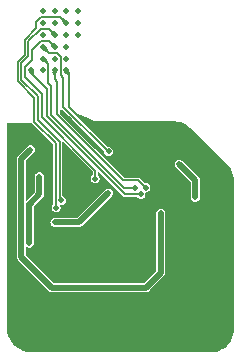
<source format=gbr>
%TF.GenerationSoftware,KiCad,Pcbnew,8.99.0-344-gfbc433deaa*%
%TF.CreationDate,2024-03-17T11:59:04-04:00*%
%TF.ProjectId,AVEFlex,41564546-6c65-4782-9e6b-696361645f70,rev?*%
%TF.SameCoordinates,Original*%
%TF.FileFunction,Copper,L2,Bot*%
%TF.FilePolarity,Positive*%
%FSLAX46Y46*%
G04 Gerber Fmt 4.6, Leading zero omitted, Abs format (unit mm)*
G04 Created by KiCad (PCBNEW 8.99.0-344-gfbc433deaa) date 2024-03-17 11:59:04*
%MOMM*%
%LPD*%
G01*
G04 APERTURE LIST*
%TA.AperFunction,ViaPad*%
%ADD10C,0.508000*%
%TD*%
%TA.AperFunction,Conductor*%
%ADD11C,0.203200*%
%TD*%
%TA.AperFunction,Conductor*%
%ADD12C,0.406400*%
%TD*%
%TA.AperFunction,Conductor*%
%ADD13C,0.508000*%
%TD*%
%TA.AperFunction,Conductor*%
%ADD14C,0.304800*%
%TD*%
%TA.AperFunction,Conductor*%
%ADD15C,0.152400*%
%TD*%
G04 APERTURE END LIST*
D10*
%TO.N,*%
X141931358Y-91830600D03*
X144931361Y-91830600D03*
X141931358Y-95830603D03*
X142931358Y-91830600D03*
%TO.N,GND*%
X150531364Y-117733959D03*
X140475764Y-112971200D03*
X156574636Y-111369222D03*
X156604504Y-108551859D03*
X140737126Y-116959256D03*
X141290845Y-103296600D03*
X147611358Y-108559600D03*
X145166886Y-105338763D03*
X151245104Y-112572678D03*
X144293126Y-117213256D03*
X147611358Y-109702603D03*
X151250183Y-110154600D03*
X147480823Y-118706778D03*
X143180604Y-109428159D03*
X148466342Y-101670997D03*
X147611361Y-110845603D03*
X139398545Y-101274759D03*
X140800883Y-111398938D03*
X147267467Y-113558197D03*
X152891023Y-114078900D03*
X139479826Y-108706797D03*
X143931358Y-95830597D03*
X149103886Y-113545497D03*
X152311904Y-104310059D03*
X152189986Y-115282856D03*
X143475242Y-108046400D03*
X140836186Y-106215059D03*
X145095767Y-119230016D03*
X143970545Y-102994341D03*
X148905764Y-118683919D03*
X147155704Y-105427659D03*
X141290845Y-104058600D03*
X154305804Y-110649900D03*
X140782845Y-103677600D03*
X154305804Y-108922700D03*
X146468358Y-109702603D03*
X155838036Y-104511222D03*
X156955023Y-118396900D03*
X154978904Y-102405059D03*
X148754361Y-109702603D03*
X154336286Y-112112941D03*
X156498436Y-114290222D03*
X152720845Y-118295300D03*
X151938526Y-106949119D03*
%TO.N,+3V3*%
X151930904Y-107942259D03*
X151930904Y-111447459D03*
X151925823Y-109915841D03*
X140881904Y-102532059D03*
X153493004Y-103769041D03*
X150361186Y-114210981D03*
X147866904Y-114216059D03*
X145862845Y-114221141D03*
X154851904Y-106588059D03*
X151928364Y-112953678D03*
%TO.N,+1V8*%
X140858958Y-107104059D03*
X140793004Y-108701719D03*
X142964704Y-108686478D03*
X147485904Y-106215059D03*
X141643904Y-104818059D03*
X140790464Y-110454319D03*
%TO.N,C*%
X144931361Y-90830603D03*
%TO.N,VD0*%
X140931358Y-95830600D03*
X150243861Y-106308097D03*
%TO.N,VD1*%
X142931358Y-95830597D03*
X150659361Y-105765597D03*
%TO.N,VD2*%
X143931358Y-94830600D03*
%TO.N,VD3*%
X149770358Y-105765600D03*
X141931361Y-94830600D03*
%TO.N,VD4*%
X142931361Y-94830600D03*
%TO.N,VD5*%
X143931358Y-93830603D03*
%TO.N,VD6*%
X143931358Y-92830600D03*
%TO.N,VD7*%
X141931358Y-92830600D03*
%TO.N,CSEL*%
X146364223Y-105003603D03*
X142931358Y-93830600D03*
%TO.N,54MHZ*%
X147524108Y-102677850D03*
X141931361Y-93830603D03*
%TO.N,D*%
X142931358Y-90830603D03*
%TO.N,W*%
X141931358Y-90830603D03*
%TO.N,M*%
X143931358Y-90830597D03*
%TO.N,SDA*%
X143496558Y-106824778D03*
X142931358Y-92830600D03*
%TO.N,SCL*%
X143062604Y-107451778D03*
X143931358Y-91830600D03*
%TO.N,MODE*%
X144931358Y-92830603D03*
%TD*%
D11*
%TO.N,GND*%
X144138186Y-98914203D02*
X144826973Y-99602991D01*
X144826973Y-99602991D02*
X145969973Y-100745991D01*
X144826973Y-99602991D02*
X145129545Y-99728384D01*
X143931358Y-95830597D02*
X144138186Y-96037425D01*
X145129545Y-99728384D02*
X145969973Y-100745991D01*
X144138186Y-96037425D02*
X144138186Y-98914203D01*
X145969973Y-100745991D02*
X146107583Y-100883600D01*
D12*
X144691904Y-100494981D02*
X144691904Y-100500059D01*
D11*
X145129545Y-99728384D02*
X146243845Y-100190178D01*
D13*
%TO.N,+3V3*%
X151928364Y-111450000D02*
X151930904Y-111447459D01*
X140881904Y-102532059D02*
X140119904Y-103294059D01*
X151930904Y-111447459D02*
X151930904Y-109920922D01*
D14*
X150358648Y-114213519D02*
X150361186Y-114210981D01*
X147869445Y-114213519D02*
X150358648Y-114213519D01*
D13*
X147871983Y-114210981D02*
X150361186Y-114210981D01*
D14*
X151930904Y-109920922D02*
X151925823Y-109915841D01*
D13*
X154851904Y-105127941D02*
X154851904Y-106588059D01*
X150361186Y-114210981D02*
X150671061Y-114210981D01*
X147866904Y-114216059D02*
X147871983Y-114210981D01*
X142720864Y-114221141D02*
X145862845Y-114221141D01*
X153493004Y-103769041D02*
X154851904Y-105127941D01*
D14*
X151925823Y-107947341D02*
X151930904Y-107942259D01*
D13*
X140119904Y-111620181D02*
X142720864Y-114221141D01*
X145862845Y-114221141D02*
X145870467Y-114213519D01*
X145870467Y-114213519D02*
X147869445Y-114213519D01*
D14*
X142847864Y-114221141D02*
X145862845Y-114221141D01*
D13*
X140119904Y-103294059D02*
X140119904Y-111620181D01*
X151925823Y-109915841D02*
X151925823Y-107947341D01*
X150671061Y-114210981D02*
X151928364Y-112953678D01*
X151928364Y-112953678D02*
X151928364Y-111450000D01*
D14*
%TO.N,+1V8*%
X140790464Y-110454319D02*
X140790464Y-110449156D01*
D13*
X140858958Y-107104059D02*
X140793004Y-107170013D01*
X140793004Y-108701719D02*
X140793004Y-110451778D01*
X141643904Y-106319113D02*
X140858958Y-107104059D01*
X141643904Y-104818059D02*
X141643904Y-106319113D01*
X140793004Y-110451778D02*
X140790464Y-110454319D01*
X140793004Y-107170013D02*
X140793004Y-108701719D01*
X145014486Y-108686478D02*
X147485904Y-106215059D01*
X142964704Y-108686478D02*
X145014486Y-108686478D01*
D15*
%TO.N,VD0*%
X142257036Y-99689916D02*
X142257036Y-97406723D01*
X148875220Y-106308097D02*
X142257036Y-99689916D01*
X142257036Y-97406723D02*
X140931358Y-96081045D01*
X140931358Y-96081045D02*
X140931358Y-95830600D01*
X150243861Y-106308097D02*
X148875220Y-106308097D01*
%TO.N,VD1*%
X142931358Y-96549163D02*
X142931358Y-95830597D01*
X150659361Y-105765597D02*
X150024361Y-105130603D01*
X142931358Y-96549163D02*
X143165076Y-96782878D01*
X150024361Y-105130603D02*
X148746733Y-105130603D01*
X143165076Y-96782878D02*
X143165076Y-99548947D01*
X148746733Y-105130603D02*
X143165076Y-99548947D01*
%TO.N,VD3*%
X148828017Y-105765597D02*
X142665979Y-99603566D01*
X142665983Y-97155003D02*
X142665979Y-99603566D01*
X141931361Y-94830600D02*
X142413961Y-95313203D01*
X149198861Y-105765600D02*
X149770358Y-105765600D01*
X142413961Y-96902981D02*
X142413961Y-95313203D01*
X148828017Y-105765597D02*
X149198858Y-105765597D01*
X142413961Y-96902981D02*
X142665983Y-97155003D01*
X149198858Y-105765597D02*
X149198861Y-105765600D01*
%TO.N,CSEL*%
X141855720Y-99799147D02*
X146364220Y-104307644D01*
X142420361Y-93319603D02*
X141759861Y-93319603D01*
X141007361Y-94970603D02*
X140448758Y-95529203D01*
X141759861Y-93319603D02*
X141007358Y-94072100D01*
X141855720Y-97790000D02*
X141855720Y-99799147D01*
X140448761Y-96383041D02*
X141855720Y-97790000D01*
X142931358Y-93830600D02*
X142420361Y-93319603D01*
X140448758Y-95529203D02*
X140448761Y-96383041D01*
X146364220Y-104307644D02*
X146364223Y-105003603D01*
X141007358Y-94072100D02*
X141007361Y-94970603D01*
%TO.N,54MHZ*%
X142448758Y-94348000D02*
X143131258Y-94348000D01*
X143448761Y-96228622D02*
X143681983Y-96461844D01*
X143131258Y-94348000D02*
X143448758Y-94665500D01*
X141931361Y-93830603D02*
X142448758Y-94348000D01*
X147470773Y-102677850D02*
X147524108Y-102677850D01*
X143681983Y-96461844D02*
X143681979Y-98889056D01*
X143448758Y-94665500D02*
X143448761Y-96228622D01*
X147470773Y-102677850D02*
X143681979Y-98889056D01*
%TO.N,SDA*%
X140702558Y-93376897D02*
X141745376Y-92334078D01*
X140118358Y-96621600D02*
X140118361Y-95224600D01*
X142434842Y-92334084D02*
X142931358Y-92830600D01*
X143496558Y-106824778D02*
X143369561Y-106697784D01*
X140702558Y-94640400D02*
X140702558Y-93376897D01*
X141512823Y-100027747D02*
X141512820Y-98016066D01*
X140118358Y-96621600D02*
X141512820Y-98016066D01*
X143369558Y-101884478D02*
X143369561Y-106697784D01*
X140118361Y-95224600D02*
X140702558Y-94640400D01*
X141745376Y-92334078D02*
X142434842Y-92334084D01*
X143369558Y-101884478D02*
X141512823Y-100027747D01*
%TO.N,SCL*%
X141208020Y-100159819D02*
X143013958Y-101965756D01*
X141388361Y-92227406D02*
X141388358Y-91691103D01*
X141766258Y-91313203D02*
X143413958Y-91313203D01*
X143013958Y-107403131D02*
X143013958Y-101965756D01*
X141388358Y-91691103D02*
X141766258Y-91313203D01*
X139813561Y-95098344D02*
X139813564Y-96747856D01*
X143413958Y-91313203D02*
X143931358Y-91830600D01*
X141208023Y-98142322D02*
X139813564Y-96747856D01*
X140397761Y-93218003D02*
X140397758Y-94514147D01*
X141208023Y-98142322D02*
X141208020Y-100159819D01*
X140397758Y-94514147D02*
X139813561Y-95098344D01*
X141388361Y-92227406D02*
X140397761Y-93218003D01*
X143062604Y-107451778D02*
X143013958Y-107403131D01*
%TD*%
%TA.AperFunction,Conductor*%
%TO.N,VD0*%
G36*
X141173138Y-95830566D02*
G01*
X141181401Y-95834016D01*
X141184805Y-95842299D01*
X141184792Y-95842807D01*
X141168018Y-96205205D01*
X141164604Y-96212937D01*
X141068306Y-96309235D01*
X141060033Y-96312662D01*
X141051773Y-96309249D01*
X140904277Y-96162234D01*
X140760019Y-96018444D01*
X140756580Y-96010178D01*
X140759973Y-96001919D01*
X140927207Y-95833364D01*
X140935464Y-95829906D01*
X141173138Y-95830566D01*
G37*
%TD.AperFunction*%
%TD*%
%TA.AperFunction,Conductor*%
%TO.N,GND*%
G36*
X144417070Y-99916732D02*
G01*
X144429966Y-99925118D01*
X147130618Y-102625770D01*
X147141484Y-102652004D01*
X147141027Y-102657807D01*
X147137853Y-102677848D01*
X147137853Y-102677851D01*
X147156757Y-102797207D01*
X147156759Y-102797213D01*
X147211618Y-102904881D01*
X147211619Y-102904882D01*
X147211621Y-102904885D01*
X147297073Y-102990337D01*
X147297075Y-102990338D01*
X147297076Y-102990339D01*
X147404744Y-103045198D01*
X147404747Y-103045199D01*
X147404749Y-103045200D01*
X147464428Y-103054652D01*
X147524107Y-103064105D01*
X147524108Y-103064105D01*
X147524109Y-103064105D01*
X147563894Y-103057803D01*
X147643467Y-103045200D01*
X147751143Y-102990337D01*
X147836595Y-102904885D01*
X147891458Y-102797209D01*
X147904744Y-102713325D01*
X147910363Y-102677851D01*
X147910363Y-102677848D01*
X147897759Y-102598277D01*
X147891458Y-102558491D01*
X147891457Y-102558489D01*
X147891456Y-102558486D01*
X147836597Y-102450818D01*
X147836596Y-102450817D01*
X147836595Y-102450815D01*
X147751143Y-102365363D01*
X147751140Y-102365361D01*
X147751139Y-102365360D01*
X147643471Y-102310501D01*
X147643465Y-102310499D01*
X147524109Y-102291595D01*
X147524105Y-102291595D01*
X147411979Y-102309353D01*
X147384369Y-102302724D01*
X147379942Y-102298944D01*
X145060191Y-99979193D01*
X145049325Y-99952959D01*
X145060191Y-99926725D01*
X145086425Y-99915859D01*
X145801129Y-99915859D01*
X145822935Y-99922944D01*
X145898863Y-99978111D01*
X146060556Y-100060498D01*
X146060560Y-100060499D01*
X146060566Y-100060502D01*
X146233135Y-100116572D01*
X146233140Y-100116573D01*
X146233146Y-100116575D01*
X146412384Y-100144961D01*
X146503120Y-100144960D01*
X146538018Y-100144959D01*
X153099579Y-100144959D01*
X153133258Y-100144959D01*
X153135683Y-100145037D01*
X153373157Y-100160599D01*
X153377961Y-100161232D01*
X153610168Y-100207418D01*
X153614844Y-100208671D01*
X153839048Y-100284773D01*
X153843516Y-100286624D01*
X154041425Y-100384218D01*
X154055857Y-100391335D01*
X154060060Y-100393761D01*
X154210692Y-100494406D01*
X154256916Y-100525290D01*
X154260766Y-100528244D01*
X154439345Y-100684847D01*
X154441118Y-100686507D01*
X157586058Y-103831447D01*
X157587724Y-103833227D01*
X157736773Y-104003288D01*
X157745263Y-104012974D01*
X157748227Y-104016842D01*
X157880156Y-104214661D01*
X157882589Y-104218885D01*
X157987454Y-104432306D01*
X157989311Y-104436813D01*
X158065288Y-104662127D01*
X158066539Y-104666837D01*
X158112326Y-104900176D01*
X158112948Y-104905011D01*
X158117668Y-104980688D01*
X158127413Y-105136950D01*
X158127850Y-105143948D01*
X158127922Y-105146384D01*
X158127796Y-105183161D01*
X158127921Y-105184289D01*
X158126464Y-117656332D01*
X158126461Y-117656370D01*
X158126461Y-117693361D01*
X158126382Y-117695787D01*
X158109382Y-117955189D01*
X158108748Y-117960001D01*
X158058275Y-118213758D01*
X158057019Y-118218445D01*
X157973857Y-118463443D01*
X157972000Y-118467927D01*
X157857568Y-118699979D01*
X157855142Y-118704181D01*
X157711401Y-118919309D01*
X157708447Y-118923159D01*
X157537856Y-119117686D01*
X157534424Y-119121118D01*
X157339901Y-119291714D01*
X157336051Y-119294668D01*
X157120930Y-119438413D01*
X157116727Y-119440840D01*
X156884678Y-119555278D01*
X156880195Y-119557135D01*
X156635195Y-119640305D01*
X156630507Y-119641561D01*
X156376754Y-119692040D01*
X156371943Y-119692674D01*
X156113425Y-119709622D01*
X156110998Y-119709701D01*
X141137009Y-119709697D01*
X141103226Y-119709697D01*
X141100986Y-119709629D01*
X140835808Y-119693590D01*
X140831361Y-119693050D01*
X140571152Y-119645366D01*
X140566802Y-119644294D01*
X140314241Y-119565595D01*
X140310052Y-119564007D01*
X140293047Y-119556354D01*
X140068806Y-119455433D01*
X140064842Y-119453353D01*
X139838448Y-119316496D01*
X139834761Y-119313951D01*
X139810147Y-119294668D01*
X139626513Y-119150803D01*
X139623160Y-119147832D01*
X139436102Y-118960778D01*
X139433131Y-118957425D01*
X139269972Y-118749174D01*
X139267437Y-118745501D01*
X139130570Y-118519102D01*
X139128489Y-118515137D01*
X139019909Y-118273894D01*
X139018329Y-118269727D01*
X138939618Y-118017148D01*
X138938546Y-118012798D01*
X138925092Y-117939391D01*
X138890855Y-117752585D01*
X138890316Y-117748143D01*
X138887075Y-117694582D01*
X138874329Y-117483925D01*
X138874261Y-117481684D01*
X138874261Y-111670406D01*
X139738404Y-111670406D01*
X139764403Y-111767435D01*
X139802669Y-111833714D01*
X139814628Y-111854428D01*
X142486617Y-114526417D01*
X142573611Y-114576643D01*
X142670639Y-114602641D01*
X142771089Y-114602641D01*
X145812620Y-114602641D01*
X145829905Y-114602641D01*
X145835709Y-114603098D01*
X145862844Y-114607396D01*
X145862845Y-114607396D01*
X145862846Y-114607396D01*
X145889981Y-114603098D01*
X145895785Y-114602641D01*
X145913069Y-114602641D01*
X145913070Y-114602641D01*
X145936799Y-114596282D01*
X145946400Y-114595019D01*
X147802298Y-114595019D01*
X147811902Y-114596284D01*
X147813655Y-114596753D01*
X147816641Y-114597554D01*
X147816643Y-114597554D01*
X147833953Y-114597555D01*
X147839738Y-114598011D01*
X147866904Y-114602314D01*
X147894025Y-114598017D01*
X147899823Y-114597561D01*
X147917092Y-114597564D01*
X147927431Y-114594794D01*
X147931355Y-114593744D01*
X147940953Y-114592481D01*
X150310961Y-114592481D01*
X150328246Y-114592481D01*
X150334050Y-114592938D01*
X150361185Y-114597236D01*
X150361186Y-114597236D01*
X150361187Y-114597236D01*
X150388322Y-114592938D01*
X150394126Y-114592481D01*
X150721284Y-114592481D01*
X150721286Y-114592481D01*
X150818315Y-114566482D01*
X150905308Y-114516257D01*
X150976337Y-114445228D01*
X152233640Y-113187925D01*
X152233640Y-113187923D01*
X152236694Y-113184870D01*
X152236696Y-113184867D01*
X152240851Y-113180713D01*
X152263311Y-113136630D01*
X152264213Y-113134970D01*
X152283866Y-113100931D01*
X152285478Y-113094910D01*
X152288258Y-113087669D01*
X152295714Y-113073037D01*
X152301736Y-113035009D01*
X152302534Y-113031255D01*
X152309864Y-113003903D01*
X152309864Y-112986617D01*
X152310321Y-112980813D01*
X152314619Y-112953679D01*
X152314619Y-112953676D01*
X152310321Y-112926541D01*
X152309864Y-112920737D01*
X152309864Y-111512048D01*
X152311128Y-111502446D01*
X152311164Y-111502311D01*
X152312404Y-111497684D01*
X152312404Y-111497676D01*
X152312412Y-111497615D01*
X152312414Y-111497609D01*
X152312410Y-111480356D01*
X152312866Y-111474560D01*
X152317159Y-111447459D01*
X152315403Y-111436375D01*
X152312861Y-111420322D01*
X152312404Y-111414518D01*
X152312404Y-109870697D01*
X152308587Y-109856450D01*
X152307323Y-109846849D01*
X152307323Y-108007277D01*
X152307780Y-108001473D01*
X152317159Y-107942260D01*
X152317159Y-107942257D01*
X152300651Y-107838033D01*
X152298254Y-107822900D01*
X152298253Y-107822898D01*
X152298252Y-107822895D01*
X152243393Y-107715227D01*
X152243392Y-107715226D01*
X152243391Y-107715224D01*
X152157939Y-107629772D01*
X152157936Y-107629770D01*
X152157935Y-107629769D01*
X152050267Y-107574910D01*
X152050261Y-107574908D01*
X151930905Y-107556004D01*
X151930903Y-107556004D01*
X151811546Y-107574908D01*
X151811540Y-107574910D01*
X151703872Y-107629769D01*
X151618415Y-107715226D01*
X151612095Y-107727628D01*
X151611171Y-107729330D01*
X151570322Y-107800086D01*
X151570322Y-107800087D01*
X151565943Y-107816426D01*
X151564079Y-107821283D01*
X151563554Y-107822900D01*
X151562911Y-107826958D01*
X151562104Y-107830751D01*
X151544323Y-107897116D01*
X151544323Y-109882900D01*
X151543866Y-109888704D01*
X151539568Y-109915839D01*
X151539568Y-109915842D01*
X151543866Y-109942976D01*
X151544323Y-109948780D01*
X151544323Y-109966066D01*
X151548140Y-109980309D01*
X151549404Y-109989912D01*
X151549404Y-111385411D01*
X151548140Y-111395011D01*
X151546861Y-111399782D01*
X151546859Y-111399804D01*
X151546854Y-111399840D01*
X151546859Y-111430570D01*
X151546403Y-111436375D01*
X151544649Y-111447458D01*
X151544649Y-111447459D01*
X151546407Y-111458557D01*
X151546864Y-111464362D01*
X151546864Y-112780287D01*
X151535998Y-112806521D01*
X150523904Y-113818615D01*
X150497670Y-113829481D01*
X150394126Y-113829481D01*
X150388322Y-113829024D01*
X150361187Y-113824726D01*
X150361185Y-113824726D01*
X150334050Y-113829024D01*
X150328246Y-113829481D01*
X147872020Y-113829481D01*
X147821795Y-113829476D01*
X147821794Y-113829476D01*
X147821788Y-113829476D01*
X147821764Y-113829479D01*
X147817003Y-113830755D01*
X147807402Y-113832019D01*
X145820242Y-113832019D01*
X145796512Y-113838377D01*
X145786912Y-113839641D01*
X142894255Y-113839641D01*
X142868021Y-113828775D01*
X140512270Y-111473024D01*
X140501404Y-111446790D01*
X140501404Y-110794348D01*
X140512270Y-110768114D01*
X140538504Y-110757248D01*
X140560227Y-110766245D01*
X140561067Y-110765090D01*
X140563429Y-110766806D01*
X140607540Y-110789282D01*
X140609241Y-110790205D01*
X140643278Y-110809848D01*
X140643284Y-110809850D01*
X140649261Y-110811451D01*
X140656503Y-110814229D01*
X140671105Y-110821669D01*
X140671107Y-110821669D01*
X140671109Y-110821670D01*
X140709142Y-110827693D01*
X140712932Y-110828497D01*
X140740314Y-110835829D01*
X140740314Y-110835828D01*
X140740315Y-110835829D01*
X140740316Y-110835829D01*
X140740327Y-110835828D01*
X140757562Y-110835824D01*
X140763359Y-110836280D01*
X140790464Y-110840574D01*
X140817647Y-110836268D01*
X140823432Y-110835812D01*
X140840764Y-110835809D01*
X140868060Y-110828488D01*
X140871854Y-110827682D01*
X140909823Y-110821669D01*
X140924499Y-110814190D01*
X140931729Y-110811415D01*
X140937787Y-110809791D01*
X140971786Y-110790152D01*
X140973450Y-110789249D01*
X141017499Y-110766806D01*
X141022884Y-110761419D01*
X141023004Y-110761316D01*
X141024769Y-110759549D01*
X141024771Y-110759549D01*
X141062816Y-110721488D01*
X141102951Y-110681354D01*
X141117327Y-110653137D01*
X141118231Y-110651470D01*
X141123843Y-110641747D01*
X141148505Y-110599032D01*
X141148505Y-110599028D01*
X141148512Y-110599018D01*
X141148528Y-110598978D01*
X141148530Y-110598968D01*
X141148535Y-110598961D01*
X141151517Y-110587819D01*
X141154292Y-110580588D01*
X141157814Y-110573678D01*
X141161147Y-110552626D01*
X141161945Y-110548870D01*
X141162059Y-110548445D01*
X141162075Y-110548423D01*
X141162066Y-110548421D01*
X141164459Y-110539488D01*
X141174504Y-110502003D01*
X141174504Y-110501988D01*
X141174510Y-110501940D01*
X141174514Y-110501928D01*
X141174507Y-110471198D01*
X141174963Y-110465401D01*
X141176719Y-110454319D01*
X141174961Y-110443219D01*
X141174504Y-110437415D01*
X141174504Y-108734658D01*
X141174961Y-108728854D01*
X141179259Y-108701720D01*
X141179259Y-108701717D01*
X141176845Y-108686479D01*
X142578449Y-108686479D01*
X142582747Y-108713613D01*
X142583204Y-108719417D01*
X142583204Y-108736702D01*
X142590527Y-108764035D01*
X142591334Y-108767832D01*
X142597353Y-108805834D01*
X142597353Y-108805835D01*
X142597354Y-108805837D01*
X142597355Y-108805838D01*
X142604811Y-108820473D01*
X142607589Y-108827711D01*
X142609202Y-108833730D01*
X142628847Y-108867756D01*
X142629755Y-108869428D01*
X142651854Y-108912800D01*
X142652218Y-108913515D01*
X142658131Y-108919428D01*
X142658132Y-108919428D01*
X142659426Y-108920722D01*
X142659428Y-108920725D01*
X142730457Y-108991754D01*
X142730459Y-108991755D01*
X142730458Y-108991755D01*
X142737667Y-108998964D01*
X142737669Y-108998965D01*
X142781748Y-109021423D01*
X142783420Y-109022331D01*
X142817450Y-109041979D01*
X142823471Y-109043592D01*
X142830708Y-109046370D01*
X142845345Y-109053828D01*
X142883369Y-109059849D01*
X142887131Y-109060649D01*
X142914479Y-109067978D01*
X142931764Y-109067978D01*
X142937568Y-109068435D01*
X142964703Y-109072733D01*
X142964704Y-109072733D01*
X142964705Y-109072733D01*
X142991840Y-109068435D01*
X142997644Y-109067978D01*
X145064709Y-109067978D01*
X145064711Y-109067978D01*
X145161740Y-109041979D01*
X145248733Y-108991754D01*
X145319762Y-108920725D01*
X145319762Y-108920724D01*
X147791180Y-106449305D01*
X147798391Y-106442094D01*
X147820847Y-106398018D01*
X147821771Y-106396319D01*
X147827365Y-106386628D01*
X147841406Y-106362311D01*
X147843018Y-106356292D01*
X147845799Y-106349048D01*
X147853253Y-106334420D01*
X147853253Y-106334419D01*
X147853254Y-106334418D01*
X147859275Y-106296395D01*
X147860078Y-106292624D01*
X147867405Y-106265284D01*
X147867405Y-106247991D01*
X147867862Y-106242187D01*
X147872159Y-106215060D01*
X147872159Y-106215057D01*
X147867862Y-106187929D01*
X147867405Y-106182125D01*
X147867405Y-106164835D01*
X147867405Y-106164834D01*
X147860074Y-106137478D01*
X147859274Y-106133716D01*
X147853254Y-106095700D01*
X147845798Y-106081067D01*
X147843019Y-106073830D01*
X147841406Y-106067806D01*
X147821748Y-106033757D01*
X147820849Y-106032100D01*
X147805385Y-106001750D01*
X147798391Y-105988023D01*
X147791181Y-105980813D01*
X147791181Y-105980814D01*
X147791180Y-105980812D01*
X147720151Y-105909783D01*
X147720148Y-105909781D01*
X147718854Y-105908487D01*
X147718854Y-105908486D01*
X147712938Y-105902571D01*
X147712936Y-105902570D01*
X147668885Y-105880124D01*
X147667179Y-105879198D01*
X147633163Y-105859559D01*
X147633156Y-105859556D01*
X147627131Y-105857942D01*
X147619892Y-105855163D01*
X147605264Y-105847709D01*
X147567265Y-105841690D01*
X147563469Y-105840883D01*
X147536129Y-105833558D01*
X147518838Y-105833558D01*
X147513034Y-105833101D01*
X147485905Y-105828804D01*
X147485903Y-105828804D01*
X147458774Y-105833101D01*
X147452970Y-105833558D01*
X147435679Y-105833558D01*
X147408337Y-105840883D01*
X147404541Y-105841690D01*
X147376532Y-105846127D01*
X147366545Y-105847709D01*
X147366543Y-105847709D01*
X147366540Y-105847711D01*
X147351911Y-105855164D01*
X147344677Y-105857941D01*
X147338656Y-105859555D01*
X147338644Y-105859560D01*
X147304635Y-105879194D01*
X147302930Y-105880120D01*
X147258869Y-105902571D01*
X147258868Y-105902572D01*
X147251659Y-105909779D01*
X147251660Y-105909780D01*
X147251659Y-105909781D01*
X147251657Y-105909783D01*
X146058826Y-107102615D01*
X144867329Y-108294112D01*
X144841095Y-108304978D01*
X142997644Y-108304978D01*
X142991840Y-108304521D01*
X142964705Y-108300223D01*
X142964703Y-108300223D01*
X142937568Y-108304521D01*
X142931764Y-108304978D01*
X142914479Y-108304978D01*
X142887145Y-108312301D01*
X142883349Y-108313108D01*
X142861437Y-108316579D01*
X142845345Y-108319128D01*
X142845343Y-108319128D01*
X142845339Y-108319130D01*
X142830705Y-108326585D01*
X142823474Y-108329361D01*
X142817457Y-108330974D01*
X142817451Y-108330976D01*
X142783422Y-108350621D01*
X142781718Y-108351546D01*
X142737666Y-108373992D01*
X142730459Y-108381198D01*
X142730460Y-108381199D01*
X142730459Y-108381200D01*
X142730457Y-108381202D01*
X142659428Y-108452231D01*
X142659426Y-108452233D01*
X142659425Y-108452234D01*
X142659424Y-108452233D01*
X142652218Y-108459440D01*
X142629772Y-108503492D01*
X142628847Y-108505196D01*
X142609202Y-108539225D01*
X142609200Y-108539231D01*
X142607587Y-108545248D01*
X142604811Y-108552479D01*
X142597356Y-108567113D01*
X142597354Y-108567121D01*
X142591334Y-108605123D01*
X142590527Y-108608919D01*
X142583204Y-108636253D01*
X142583204Y-108653537D01*
X142582747Y-108659341D01*
X142578449Y-108686476D01*
X142578449Y-108686479D01*
X141176845Y-108686479D01*
X141174961Y-108674582D01*
X141174504Y-108668778D01*
X141174504Y-107343402D01*
X141185369Y-107317169D01*
X141878148Y-106624390D01*
X141878151Y-106624389D01*
X141949180Y-106553360D01*
X141999405Y-106466367D01*
X142025404Y-106369338D01*
X142025404Y-104850998D01*
X142025861Y-104845194D01*
X142030159Y-104818060D01*
X142030159Y-104818057D01*
X142025861Y-104790922D01*
X142025404Y-104785118D01*
X142025404Y-104767835D01*
X142018079Y-104740500D01*
X142018075Y-104740486D01*
X142017275Y-104736724D01*
X142011254Y-104698700D01*
X142003795Y-104684060D01*
X142001017Y-104676823D01*
X141999405Y-104670806D01*
X141999405Y-104670805D01*
X141979757Y-104636775D01*
X141978844Y-104635093D01*
X141956390Y-104591022D01*
X141949181Y-104583813D01*
X141949181Y-104583814D01*
X141949180Y-104583812D01*
X141878151Y-104512783D01*
X141878148Y-104512781D01*
X141876854Y-104511487D01*
X141876854Y-104511486D01*
X141870941Y-104505573D01*
X141870226Y-104505209D01*
X141826854Y-104483110D01*
X141825182Y-104482202D01*
X141791156Y-104462557D01*
X141785137Y-104460944D01*
X141777899Y-104458166D01*
X141777298Y-104457860D01*
X141763263Y-104450709D01*
X141763261Y-104450708D01*
X141763260Y-104450708D01*
X141725258Y-104444689D01*
X141721461Y-104443882D01*
X141694129Y-104436559D01*
X141676844Y-104436559D01*
X141671040Y-104436102D01*
X141643905Y-104431804D01*
X141643903Y-104431804D01*
X141616768Y-104436102D01*
X141610964Y-104436559D01*
X141593679Y-104436559D01*
X141566345Y-104443882D01*
X141562549Y-104444689D01*
X141540637Y-104448160D01*
X141524545Y-104450709D01*
X141524543Y-104450709D01*
X141524539Y-104450711D01*
X141509905Y-104458166D01*
X141502674Y-104460942D01*
X141496657Y-104462555D01*
X141496651Y-104462557D01*
X141462622Y-104482202D01*
X141460918Y-104483127D01*
X141416866Y-104505573D01*
X141409659Y-104512779D01*
X141409660Y-104512780D01*
X141409659Y-104512781D01*
X141409657Y-104512783D01*
X141338628Y-104583812D01*
X141338626Y-104583814D01*
X141338625Y-104583815D01*
X141338624Y-104583814D01*
X141331418Y-104591021D01*
X141308972Y-104635073D01*
X141308047Y-104636777D01*
X141288402Y-104670806D01*
X141288400Y-104670812D01*
X141286787Y-104676829D01*
X141284011Y-104684060D01*
X141276556Y-104698694D01*
X141276554Y-104698702D01*
X141270534Y-104736704D01*
X141269727Y-104740500D01*
X141262404Y-104767834D01*
X141262404Y-104785118D01*
X141261947Y-104790922D01*
X141257649Y-104818057D01*
X141257649Y-104818060D01*
X141261947Y-104845194D01*
X141262404Y-104850998D01*
X141262404Y-106145722D01*
X141251538Y-106171955D01*
X140624711Y-106798782D01*
X140624711Y-106798783D01*
X140564738Y-106858756D01*
X140538504Y-106869622D01*
X140512270Y-106858756D01*
X140501404Y-106832522D01*
X140501404Y-103467449D01*
X140512269Y-103441216D01*
X141187180Y-102766306D01*
X141187180Y-102766304D01*
X141190234Y-102763251D01*
X141190236Y-102763248D01*
X141194391Y-102759094D01*
X141216859Y-102714995D01*
X141217744Y-102713366D01*
X141237406Y-102679312D01*
X141239018Y-102673292D01*
X141241799Y-102666047D01*
X141249253Y-102651419D01*
X141249254Y-102651418D01*
X141255275Y-102613396D01*
X141256078Y-102609625D01*
X141263405Y-102582284D01*
X141263405Y-102564991D01*
X141263862Y-102559187D01*
X141268159Y-102532060D01*
X141268159Y-102532057D01*
X141263862Y-102504929D01*
X141263405Y-102499125D01*
X141263405Y-102481835D01*
X141263405Y-102481834D01*
X141256074Y-102454478D01*
X141255274Y-102450716D01*
X141249254Y-102412700D01*
X141241798Y-102398067D01*
X141239019Y-102390830D01*
X141237406Y-102384806D01*
X141217748Y-102350757D01*
X141216849Y-102349100D01*
X141196597Y-102309353D01*
X141194391Y-102305023D01*
X141187181Y-102297813D01*
X141187181Y-102297814D01*
X141187180Y-102297812D01*
X141116151Y-102226783D01*
X141116148Y-102226781D01*
X141114854Y-102225487D01*
X141114854Y-102225486D01*
X141108938Y-102219571D01*
X141108936Y-102219570D01*
X141064885Y-102197124D01*
X141063179Y-102196198D01*
X141029163Y-102176559D01*
X141029156Y-102176556D01*
X141023131Y-102174942D01*
X141015892Y-102172163D01*
X141001264Y-102164709D01*
X140963265Y-102158690D01*
X140959469Y-102157883D01*
X140932129Y-102150558D01*
X140914838Y-102150558D01*
X140909034Y-102150101D01*
X140881905Y-102145804D01*
X140881903Y-102145804D01*
X140854774Y-102150101D01*
X140848970Y-102150558D01*
X140831679Y-102150558D01*
X140804337Y-102157883D01*
X140800541Y-102158690D01*
X140772532Y-102163127D01*
X140762545Y-102164709D01*
X140762543Y-102164709D01*
X140762540Y-102164711D01*
X140747911Y-102172164D01*
X140740677Y-102174941D01*
X140734656Y-102176555D01*
X140734644Y-102176560D01*
X140700635Y-102196194D01*
X140698930Y-102197120D01*
X140654869Y-102219571D01*
X140654868Y-102219572D01*
X140647659Y-102226779D01*
X140647660Y-102226780D01*
X140647659Y-102226781D01*
X140647657Y-102226783D01*
X139885657Y-102988783D01*
X139885656Y-102988782D01*
X139814628Y-103059811D01*
X139812149Y-103064105D01*
X139764403Y-103146805D01*
X139738404Y-103243834D01*
X139738404Y-111670406D01*
X138874261Y-111670406D01*
X138874261Y-100278081D01*
X138885127Y-100251847D01*
X138911361Y-100240981D01*
X140996365Y-100240981D01*
X141022599Y-100251847D01*
X141030641Y-100263884D01*
X141035330Y-100275204D01*
X141035332Y-100275208D01*
X141092633Y-100332508D01*
X141092634Y-100332508D01*
X142799392Y-102039266D01*
X142810258Y-102065500D01*
X142810258Y-107149234D01*
X142799392Y-107175467D01*
X142750115Y-107224744D01*
X142750115Y-107224745D01*
X142695255Y-107332414D01*
X142695253Y-107332420D01*
X142676349Y-107451776D01*
X142676349Y-107451779D01*
X142695253Y-107571135D01*
X142695255Y-107571141D01*
X142750114Y-107678809D01*
X142750115Y-107678810D01*
X142750117Y-107678813D01*
X142835569Y-107764265D01*
X142835571Y-107764266D01*
X142835572Y-107764267D01*
X142943240Y-107819126D01*
X142943243Y-107819127D01*
X142943245Y-107819128D01*
X142992681Y-107826958D01*
X143062603Y-107838033D01*
X143062604Y-107838033D01*
X143062605Y-107838033D01*
X143108580Y-107830751D01*
X143181963Y-107819128D01*
X143219336Y-107800086D01*
X143289635Y-107764267D01*
X143289634Y-107764267D01*
X143289639Y-107764265D01*
X143375091Y-107678813D01*
X143429954Y-107571137D01*
X143448859Y-107451778D01*
X143429954Y-107332419D01*
X143429953Y-107332417D01*
X143429952Y-107332414D01*
X143389885Y-107253778D01*
X143387657Y-107225470D01*
X143406098Y-107203879D01*
X143428744Y-107200292D01*
X143470478Y-107206902D01*
X143496557Y-107211033D01*
X143496558Y-107211033D01*
X143496559Y-107211033D01*
X143541726Y-107203879D01*
X143615917Y-107192128D01*
X143723593Y-107137265D01*
X143809045Y-107051813D01*
X143863908Y-106944137D01*
X143877431Y-106858756D01*
X143882813Y-106824779D01*
X143882813Y-106824776D01*
X143868643Y-106735313D01*
X143863908Y-106705419D01*
X143863907Y-106705417D01*
X143863906Y-106705414D01*
X143809047Y-106597746D01*
X143809046Y-106597745D01*
X143809045Y-106597743D01*
X143723593Y-106512291D01*
X143723590Y-106512289D01*
X143723589Y-106512288D01*
X143615921Y-106457429D01*
X143615915Y-106457427D01*
X143604554Y-106455628D01*
X143580343Y-106440790D01*
X143573259Y-106418988D01*
X143573258Y-101924998D01*
X143573259Y-101924996D01*
X143573258Y-101894326D01*
X143584124Y-101868094D01*
X143610357Y-101857227D01*
X143636591Y-101868093D01*
X143636592Y-101868093D01*
X146149654Y-104381153D01*
X146160520Y-104407387D01*
X146160520Y-104656492D01*
X146149654Y-104682726D01*
X146140265Y-104689547D01*
X146137191Y-104691113D01*
X146051733Y-104776571D01*
X145996874Y-104884239D01*
X145996872Y-104884245D01*
X145977968Y-105003601D01*
X145977968Y-105003604D01*
X145996872Y-105122960D01*
X145996874Y-105122966D01*
X146051733Y-105230634D01*
X146051734Y-105230635D01*
X146051736Y-105230638D01*
X146137188Y-105316090D01*
X146137190Y-105316091D01*
X146137191Y-105316092D01*
X146244859Y-105370951D01*
X146244862Y-105370952D01*
X146244864Y-105370953D01*
X146297829Y-105379342D01*
X146364222Y-105389858D01*
X146364223Y-105389858D01*
X146364224Y-105389858D01*
X146406392Y-105383179D01*
X146483582Y-105370953D01*
X146591258Y-105316090D01*
X146676710Y-105230638D01*
X146731573Y-105122962D01*
X146750478Y-105003603D01*
X146743241Y-104957914D01*
X146731573Y-104884245D01*
X146731571Y-104884239D01*
X146676712Y-104776571D01*
X146676711Y-104776570D01*
X146676710Y-104776568D01*
X146591258Y-104691116D01*
X146591255Y-104691114D01*
X146591254Y-104691113D01*
X146588175Y-104689544D01*
X146569735Y-104667952D01*
X146567920Y-104656494D01*
X146567920Y-104378440D01*
X146578786Y-104352207D01*
X146605020Y-104341341D01*
X146631254Y-104352207D01*
X148702531Y-106423484D01*
X148702530Y-106423484D01*
X148734675Y-106455628D01*
X148759833Y-106480786D01*
X148834701Y-106511797D01*
X149896749Y-106511797D01*
X149922983Y-106522663D01*
X149929804Y-106532052D01*
X149931374Y-106535132D01*
X150016826Y-106620584D01*
X150016828Y-106620585D01*
X150016829Y-106620586D01*
X150124497Y-106675445D01*
X150124500Y-106675446D01*
X150124502Y-106675447D01*
X150184181Y-106684899D01*
X150243860Y-106694352D01*
X150243861Y-106694352D01*
X150243862Y-106694352D01*
X150283647Y-106688050D01*
X150363220Y-106675447D01*
X150470896Y-106620584D01*
X150556348Y-106535132D01*
X150611211Y-106427456D01*
X150630116Y-106308097D01*
X150628267Y-106296426D01*
X150620134Y-106245073D01*
X150611967Y-106193513D01*
X150618595Y-106165904D01*
X150642806Y-106151068D01*
X150654411Y-106151068D01*
X150659361Y-106151852D01*
X150778720Y-106132947D01*
X150886396Y-106078084D01*
X150971848Y-105992632D01*
X151026711Y-105884956D01*
X151039314Y-105805383D01*
X151045616Y-105765598D01*
X151045616Y-105765595D01*
X151030075Y-105667476D01*
X151026711Y-105646238D01*
X151026710Y-105646236D01*
X151026709Y-105646233D01*
X150971850Y-105538565D01*
X150971849Y-105538564D01*
X150971848Y-105538562D01*
X150886396Y-105453110D01*
X150886393Y-105453108D01*
X150886392Y-105453107D01*
X150778724Y-105398248D01*
X150778718Y-105398246D01*
X150659362Y-105379342D01*
X150659358Y-105379342D01*
X150593273Y-105389808D01*
X150565663Y-105383179D01*
X150561236Y-105379399D01*
X150197050Y-105015216D01*
X150197050Y-105015215D01*
X150139748Y-104957914D01*
X150087246Y-104936167D01*
X150087246Y-104936166D01*
X150064879Y-104926902D01*
X149983841Y-104926903D01*
X148846477Y-104926903D01*
X148820243Y-104916037D01*
X147673248Y-103769042D01*
X153106749Y-103769042D01*
X153111047Y-103796176D01*
X153111504Y-103801980D01*
X153111504Y-103819266D01*
X153118825Y-103846595D01*
X153119632Y-103850389D01*
X153125654Y-103888403D01*
X153133109Y-103903033D01*
X153135887Y-103910268D01*
X153137501Y-103916290D01*
X153137505Y-103916298D01*
X153157143Y-103950316D01*
X153158069Y-103952021D01*
X153180515Y-103996073D01*
X153180516Y-103996075D01*
X153186431Y-104001991D01*
X153186432Y-104001991D01*
X153187726Y-104003285D01*
X153187728Y-104003288D01*
X154459538Y-105275098D01*
X154470404Y-105301331D01*
X154470404Y-106555118D01*
X154469947Y-106560922D01*
X154465649Y-106588057D01*
X154465649Y-106588060D01*
X154469947Y-106615194D01*
X154470404Y-106620998D01*
X154470404Y-106638283D01*
X154477727Y-106665616D01*
X154478534Y-106669413D01*
X154484553Y-106707415D01*
X154484553Y-106707416D01*
X154484554Y-106707418D01*
X154491705Y-106721453D01*
X154492011Y-106722054D01*
X154494789Y-106729292D01*
X154496402Y-106735311D01*
X154516047Y-106769337D01*
X154516955Y-106771009D01*
X154539054Y-106814381D01*
X154539418Y-106815096D01*
X154545331Y-106821009D01*
X154545332Y-106821009D01*
X154546626Y-106822303D01*
X154546628Y-106822306D01*
X154617657Y-106893335D01*
X154617659Y-106893336D01*
X154617658Y-106893336D01*
X154624867Y-106900545D01*
X154624869Y-106900546D01*
X154668948Y-106923004D01*
X154670620Y-106923912D01*
X154704650Y-106943560D01*
X154710671Y-106945173D01*
X154717908Y-106947951D01*
X154732545Y-106955409D01*
X154770569Y-106961430D01*
X154774331Y-106962230D01*
X154801679Y-106969559D01*
X154818964Y-106969559D01*
X154824768Y-106970016D01*
X154851903Y-106974314D01*
X154851904Y-106974314D01*
X154851905Y-106974314D01*
X154879040Y-106970016D01*
X154884844Y-106969559D01*
X154902130Y-106969559D01*
X154917732Y-106965377D01*
X154929465Y-106962233D01*
X154933233Y-106961431D01*
X154971263Y-106955409D01*
X154985896Y-106947952D01*
X154993139Y-106945172D01*
X154999158Y-106943560D01*
X155033176Y-106923918D01*
X155034868Y-106922999D01*
X155078939Y-106900546D01*
X155083093Y-106896391D01*
X155083096Y-106896389D01*
X155086149Y-106893335D01*
X155086151Y-106893335D01*
X155157180Y-106822306D01*
X155157180Y-106822304D01*
X155160234Y-106819251D01*
X155160236Y-106819248D01*
X155164391Y-106815094D01*
X155186844Y-106771023D01*
X155187768Y-106769323D01*
X155207405Y-106735313D01*
X155209018Y-106729292D01*
X155211798Y-106722050D01*
X155219253Y-106707420D01*
X155219253Y-106707419D01*
X155219254Y-106707418D01*
X155225276Y-106669388D01*
X155226079Y-106665617D01*
X155233404Y-106638284D01*
X155233404Y-106620998D01*
X155233861Y-106615194D01*
X155238159Y-106588060D01*
X155238159Y-106588057D01*
X155233861Y-106560922D01*
X155233404Y-106555118D01*
X155233404Y-105181163D01*
X155233405Y-105181150D01*
X155233405Y-105077717D01*
X155233405Y-105077716D01*
X155207406Y-104980688D01*
X155157180Y-104893694D01*
X153727251Y-103463765D01*
X153727248Y-103463763D01*
X153725954Y-103462469D01*
X153725954Y-103462468D01*
X153720038Y-103456553D01*
X153720036Y-103456552D01*
X153675984Y-103434106D01*
X153674279Y-103433180D01*
X153640261Y-103413542D01*
X153640253Y-103413538D01*
X153634231Y-103411924D01*
X153626996Y-103409146D01*
X153612366Y-103401691D01*
X153574352Y-103395669D01*
X153570558Y-103394862D01*
X153543230Y-103387541D01*
X153543229Y-103387541D01*
X153525944Y-103387541D01*
X153520140Y-103387084D01*
X153493005Y-103382786D01*
X153493003Y-103382786D01*
X153465868Y-103387084D01*
X153460064Y-103387541D01*
X153442778Y-103387541D01*
X153415449Y-103394862D01*
X153411655Y-103395669D01*
X153373645Y-103401691D01*
X153373639Y-103401693D01*
X153359005Y-103409149D01*
X153351769Y-103411927D01*
X153345750Y-103413539D01*
X153345746Y-103413541D01*
X153311736Y-103433176D01*
X153310031Y-103434102D01*
X153265968Y-103456554D01*
X153265967Y-103456555D01*
X153258759Y-103463761D01*
X153258760Y-103463762D01*
X153258759Y-103463763D01*
X153258757Y-103463765D01*
X153187728Y-103534794D01*
X153187726Y-103534796D01*
X153187725Y-103534797D01*
X153187724Y-103534796D01*
X153180518Y-103542004D01*
X153180517Y-103542005D01*
X153158065Y-103586068D01*
X153157139Y-103587773D01*
X153137504Y-103621783D01*
X153137502Y-103621787D01*
X153135890Y-103627806D01*
X153133112Y-103635042D01*
X153125656Y-103649676D01*
X153125654Y-103649682D01*
X153119632Y-103687692D01*
X153118825Y-103691486D01*
X153111504Y-103718814D01*
X153111504Y-103736100D01*
X153111047Y-103741904D01*
X153106749Y-103769039D01*
X153106749Y-103769042D01*
X147673248Y-103769042D01*
X146354895Y-102450689D01*
X143820064Y-99915859D01*
X144414802Y-99915859D01*
X144414806Y-99915859D01*
X144417070Y-99916732D01*
G37*
%TD.AperFunction*%
%TD*%
%TA.AperFunction,Conductor*%
%TO.N,VD3*%
G36*
X142164456Y-94737745D02*
G01*
X142170635Y-94743797D01*
X142341198Y-95128590D01*
X142341418Y-95137542D01*
X142338775Y-95141604D01*
X142242362Y-95238016D01*
X142234089Y-95241443D01*
X142229348Y-95240439D01*
X141844558Y-95069874D01*
X141838383Y-95063389D01*
X141838472Y-95054742D01*
X141928797Y-94834421D01*
X141935104Y-94828068D01*
X142155503Y-94737712D01*
X142164456Y-94737745D01*
G37*
%TD.AperFunction*%
%TD*%
%TA.AperFunction,Conductor*%
%TO.N,GND*%
G36*
X144175110Y-95830556D02*
G01*
X144183369Y-95834015D01*
X144186667Y-95840761D01*
X144238085Y-96239731D01*
X144235744Y-96248374D01*
X144227976Y-96252830D01*
X144226481Y-96252926D01*
X144040895Y-96252926D01*
X144033306Y-96250131D01*
X143761370Y-96018397D01*
X143757296Y-96010423D01*
X143760054Y-96001903D01*
X143760663Y-96001242D01*
X143927909Y-95833065D01*
X143936170Y-95829616D01*
X143936184Y-95829616D01*
X144175110Y-95830556D01*
G37*
%TD.AperFunction*%
%TD*%
%TA.AperFunction,Conductor*%
%TO.N,54MHZ*%
G36*
X142164456Y-93737748D02*
G01*
X142170635Y-93743800D01*
X142341199Y-94128592D01*
X142341419Y-94137544D01*
X142338776Y-94141606D01*
X142242364Y-94238018D01*
X142234091Y-94241445D01*
X142229350Y-94240441D01*
X141844558Y-94069877D01*
X141838383Y-94063392D01*
X141838472Y-94054745D01*
X141928797Y-93834424D01*
X141935104Y-93828071D01*
X142155503Y-93737715D01*
X142164456Y-93737748D01*
G37*
%TD.AperFunction*%
%TD*%
%TA.AperFunction,Conductor*%
%TO.N,SCL*%
G36*
X143633364Y-91420761D02*
G01*
X143885702Y-91532612D01*
X144018160Y-91591325D01*
X144024335Y-91597810D01*
X144024245Y-91606459D01*
X143933922Y-91826776D01*
X143927613Y-91833131D01*
X143927534Y-91833164D01*
X143707217Y-91923487D01*
X143698262Y-91923454D01*
X143692083Y-91917402D01*
X143654743Y-91833164D01*
X143521517Y-91532610D01*
X143521298Y-91523660D01*
X143523939Y-91519600D01*
X143620354Y-91423184D01*
X143628626Y-91419758D01*
X143633364Y-91420761D01*
G37*
%TD.AperFunction*%
%TD*%
%TA.AperFunction,Conductor*%
%TO.N,GND*%
G36*
X143624859Y-99171310D02*
G01*
X143629965Y-99173217D01*
X143761239Y-99262382D01*
X143763122Y-99263983D01*
X144176271Y-99699944D01*
X144176279Y-99699952D01*
X144176286Y-99699959D01*
X144470923Y-99966659D01*
X144470923Y-99969200D01*
X144077223Y-100167319D01*
X144001341Y-100097135D01*
X143400762Y-99496557D01*
X143398801Y-99493935D01*
X143370177Y-99441421D01*
X143368776Y-99435920D01*
X143368776Y-99220158D01*
X143370129Y-99214746D01*
X143384187Y-99188387D01*
X143390694Y-99182890D01*
X143475351Y-99154670D01*
X143480334Y-99154161D01*
X143624859Y-99171310D01*
G37*
%TD.AperFunction*%
%TD*%
%TA.AperFunction,Conductor*%
%TO.N,SDA*%
G36*
X142633365Y-92420760D02*
G01*
X143018160Y-92591325D01*
X143024335Y-92597810D01*
X143024245Y-92606459D01*
X142933922Y-92826776D01*
X142927613Y-92833131D01*
X142927534Y-92833164D01*
X142707217Y-92923487D01*
X142698262Y-92923454D01*
X142692083Y-92917402D01*
X142521518Y-92532608D01*
X142521299Y-92523658D01*
X142523940Y-92519598D01*
X142620355Y-92423183D01*
X142628627Y-92419757D01*
X142633365Y-92420760D01*
G37*
%TD.AperFunction*%
%TD*%
%TA.AperFunction,Conductor*%
%TO.N,CSEL*%
G36*
X142633365Y-93420760D02*
G01*
X143018160Y-93591325D01*
X143024335Y-93597810D01*
X143024245Y-93606459D01*
X142933922Y-93826776D01*
X142927613Y-93833131D01*
X142927534Y-93833164D01*
X142707217Y-93923487D01*
X142698262Y-93923454D01*
X142692083Y-93917402D01*
X142521518Y-93532608D01*
X142521299Y-93523658D01*
X142523940Y-93519598D01*
X142620355Y-93423183D01*
X142628627Y-93419757D01*
X142633365Y-93420760D01*
G37*
%TD.AperFunction*%
%TD*%
%TA.AperFunction,Conductor*%
%TO.N,GND*%
G36*
X144417070Y-99916732D02*
G01*
X144429966Y-99925118D01*
X147130618Y-102625770D01*
X147141484Y-102652004D01*
X147141027Y-102657807D01*
X147137853Y-102677848D01*
X147137853Y-102677851D01*
X147156757Y-102797207D01*
X147156759Y-102797213D01*
X147211618Y-102904881D01*
X147211619Y-102904882D01*
X147211621Y-102904885D01*
X147297073Y-102990337D01*
X147297075Y-102990338D01*
X147297076Y-102990339D01*
X147404744Y-103045198D01*
X147404747Y-103045199D01*
X147404749Y-103045200D01*
X147464428Y-103054652D01*
X147524107Y-103064105D01*
X147524108Y-103064105D01*
X147524109Y-103064105D01*
X147563894Y-103057803D01*
X147643467Y-103045200D01*
X147751143Y-102990337D01*
X147836595Y-102904885D01*
X147891458Y-102797209D01*
X147904744Y-102713325D01*
X147910363Y-102677851D01*
X147910363Y-102677848D01*
X147897759Y-102598277D01*
X147891458Y-102558491D01*
X147891457Y-102558489D01*
X147891456Y-102558486D01*
X147836597Y-102450818D01*
X147836596Y-102450817D01*
X147836595Y-102450815D01*
X147751143Y-102365363D01*
X147751140Y-102365361D01*
X147751139Y-102365360D01*
X147643471Y-102310501D01*
X147643465Y-102310499D01*
X147524109Y-102291595D01*
X147524105Y-102291595D01*
X147411979Y-102309353D01*
X147384369Y-102302724D01*
X147379942Y-102298944D01*
X145060191Y-99979193D01*
X145049325Y-99952959D01*
X145060191Y-99926725D01*
X145086425Y-99915859D01*
X145801129Y-99915859D01*
X145822935Y-99922944D01*
X145898863Y-99978111D01*
X146060556Y-100060498D01*
X146060560Y-100060499D01*
X146060566Y-100060502D01*
X146233135Y-100116572D01*
X146233140Y-100116573D01*
X146233146Y-100116575D01*
X146412384Y-100144961D01*
X146503120Y-100144960D01*
X146538018Y-100144959D01*
X153099579Y-100144959D01*
X153133258Y-100144959D01*
X153135683Y-100145037D01*
X153373157Y-100160599D01*
X153377961Y-100161232D01*
X153610168Y-100207418D01*
X153614844Y-100208671D01*
X153839048Y-100284773D01*
X153843516Y-100286624D01*
X154041425Y-100384218D01*
X154055857Y-100391335D01*
X154060060Y-100393761D01*
X154210692Y-100494406D01*
X154256916Y-100525290D01*
X154260766Y-100528244D01*
X154439345Y-100684847D01*
X154441118Y-100686507D01*
X157586058Y-103831447D01*
X157587724Y-103833227D01*
X157736773Y-104003288D01*
X157745263Y-104012974D01*
X157748227Y-104016842D01*
X157880156Y-104214661D01*
X157882589Y-104218885D01*
X157987454Y-104432306D01*
X157989311Y-104436813D01*
X158065288Y-104662127D01*
X158066539Y-104666837D01*
X158112326Y-104900176D01*
X158112948Y-104905011D01*
X158117668Y-104980688D01*
X158127413Y-105136950D01*
X158127850Y-105143948D01*
X158127922Y-105146384D01*
X158127796Y-105183161D01*
X158127921Y-105184289D01*
X158126464Y-117656332D01*
X158126461Y-117656370D01*
X158126461Y-117693361D01*
X158126382Y-117695787D01*
X158109382Y-117955189D01*
X158108748Y-117960001D01*
X158058275Y-118213758D01*
X158057019Y-118218445D01*
X157973857Y-118463443D01*
X157972000Y-118467927D01*
X157857568Y-118699979D01*
X157855142Y-118704181D01*
X157711401Y-118919309D01*
X157708447Y-118923159D01*
X157537856Y-119117686D01*
X157534424Y-119121118D01*
X157339901Y-119291714D01*
X157336051Y-119294668D01*
X157120930Y-119438413D01*
X157116727Y-119440840D01*
X156884678Y-119555278D01*
X156880195Y-119557135D01*
X156635195Y-119640305D01*
X156630507Y-119641561D01*
X156376754Y-119692040D01*
X156371943Y-119692674D01*
X156113425Y-119709622D01*
X156110998Y-119709701D01*
X141137009Y-119709697D01*
X141103226Y-119709697D01*
X141100986Y-119709629D01*
X140835808Y-119693590D01*
X140831361Y-119693050D01*
X140571152Y-119645366D01*
X140566802Y-119644294D01*
X140314241Y-119565595D01*
X140310052Y-119564007D01*
X140293047Y-119556354D01*
X140068806Y-119455433D01*
X140064842Y-119453353D01*
X139838448Y-119316496D01*
X139834761Y-119313951D01*
X139810147Y-119294668D01*
X139626513Y-119150803D01*
X139623160Y-119147832D01*
X139436102Y-118960778D01*
X139433131Y-118957425D01*
X139269972Y-118749174D01*
X139267437Y-118745501D01*
X139130570Y-118519102D01*
X139128489Y-118515137D01*
X139019909Y-118273894D01*
X139018329Y-118269727D01*
X138939618Y-118017148D01*
X138938546Y-118012798D01*
X138925092Y-117939391D01*
X138890855Y-117752585D01*
X138890316Y-117748143D01*
X138887075Y-117694582D01*
X138874329Y-117483925D01*
X138874261Y-117481684D01*
X138874261Y-111670406D01*
X139738404Y-111670406D01*
X139764403Y-111767435D01*
X139802669Y-111833714D01*
X139814628Y-111854428D01*
X142486617Y-114526417D01*
X142573611Y-114576643D01*
X142670639Y-114602641D01*
X142771089Y-114602641D01*
X145812620Y-114602641D01*
X145829905Y-114602641D01*
X145835709Y-114603098D01*
X145862844Y-114607396D01*
X145862845Y-114607396D01*
X145862846Y-114607396D01*
X145889981Y-114603098D01*
X145895785Y-114602641D01*
X145913069Y-114602641D01*
X145913070Y-114602641D01*
X145936799Y-114596282D01*
X145946400Y-114595019D01*
X147802298Y-114595019D01*
X147811902Y-114596284D01*
X147813655Y-114596753D01*
X147816641Y-114597554D01*
X147816643Y-114597554D01*
X147833953Y-114597555D01*
X147839738Y-114598011D01*
X147866904Y-114602314D01*
X147894025Y-114598017D01*
X147899823Y-114597561D01*
X147917092Y-114597564D01*
X147927431Y-114594794D01*
X147931355Y-114593744D01*
X147940953Y-114592481D01*
X150310961Y-114592481D01*
X150328246Y-114592481D01*
X150334050Y-114592938D01*
X150361185Y-114597236D01*
X150361186Y-114597236D01*
X150361187Y-114597236D01*
X150388322Y-114592938D01*
X150394126Y-114592481D01*
X150721284Y-114592481D01*
X150721286Y-114592481D01*
X150818315Y-114566482D01*
X150905308Y-114516257D01*
X150976337Y-114445228D01*
X152233640Y-113187925D01*
X152233640Y-113187923D01*
X152236694Y-113184870D01*
X152236696Y-113184867D01*
X152240851Y-113180713D01*
X152263311Y-113136630D01*
X152264213Y-113134970D01*
X152283866Y-113100931D01*
X152285478Y-113094910D01*
X152288258Y-113087669D01*
X152295714Y-113073037D01*
X152301736Y-113035009D01*
X152302534Y-113031255D01*
X152309864Y-113003903D01*
X152309864Y-112986617D01*
X152310321Y-112980813D01*
X152314619Y-112953679D01*
X152314619Y-112953676D01*
X152310321Y-112926541D01*
X152309864Y-112920737D01*
X152309864Y-111512048D01*
X152311128Y-111502446D01*
X152311164Y-111502311D01*
X152312404Y-111497684D01*
X152312404Y-111497676D01*
X152312412Y-111497615D01*
X152312414Y-111497609D01*
X152312410Y-111480356D01*
X152312866Y-111474560D01*
X152317159Y-111447459D01*
X152315403Y-111436375D01*
X152312861Y-111420322D01*
X152312404Y-111414518D01*
X152312404Y-109870697D01*
X152308587Y-109856450D01*
X152307323Y-109846849D01*
X152307323Y-108007277D01*
X152307780Y-108001473D01*
X152317159Y-107942260D01*
X152317159Y-107942257D01*
X152300651Y-107838033D01*
X152298254Y-107822900D01*
X152298253Y-107822898D01*
X152298252Y-107822895D01*
X152243393Y-107715227D01*
X152243392Y-107715226D01*
X152243391Y-107715224D01*
X152157939Y-107629772D01*
X152157936Y-107629770D01*
X152157935Y-107629769D01*
X152050267Y-107574910D01*
X152050261Y-107574908D01*
X151930905Y-107556004D01*
X151930903Y-107556004D01*
X151811546Y-107574908D01*
X151811540Y-107574910D01*
X151703872Y-107629769D01*
X151618415Y-107715226D01*
X151612095Y-107727628D01*
X151611171Y-107729330D01*
X151570322Y-107800086D01*
X151570322Y-107800087D01*
X151565943Y-107816426D01*
X151564079Y-107821283D01*
X151563554Y-107822900D01*
X151562911Y-107826958D01*
X151562104Y-107830751D01*
X151544323Y-107897116D01*
X151544323Y-109882900D01*
X151543866Y-109888704D01*
X151539568Y-109915839D01*
X151539568Y-109915842D01*
X151543866Y-109942976D01*
X151544323Y-109948780D01*
X151544323Y-109966066D01*
X151548140Y-109980309D01*
X151549404Y-109989912D01*
X151549404Y-111385411D01*
X151548140Y-111395011D01*
X151546861Y-111399782D01*
X151546859Y-111399804D01*
X151546854Y-111399840D01*
X151546859Y-111430570D01*
X151546403Y-111436375D01*
X151544649Y-111447458D01*
X151544649Y-111447459D01*
X151546407Y-111458557D01*
X151546864Y-111464362D01*
X151546864Y-112780287D01*
X151535998Y-112806521D01*
X150523904Y-113818615D01*
X150497670Y-113829481D01*
X150394126Y-113829481D01*
X150388322Y-113829024D01*
X150361187Y-113824726D01*
X150361185Y-113824726D01*
X150334050Y-113829024D01*
X150328246Y-113829481D01*
X147872020Y-113829481D01*
X147821795Y-113829476D01*
X147821794Y-113829476D01*
X147821788Y-113829476D01*
X147821764Y-113829479D01*
X147817003Y-113830755D01*
X147807402Y-113832019D01*
X145820242Y-113832019D01*
X145796512Y-113838377D01*
X145786912Y-113839641D01*
X142894255Y-113839641D01*
X142868021Y-113828775D01*
X140512270Y-111473024D01*
X140501404Y-111446790D01*
X140501404Y-110794348D01*
X140512270Y-110768114D01*
X140538504Y-110757248D01*
X140560227Y-110766245D01*
X140561067Y-110765090D01*
X140563429Y-110766806D01*
X140607540Y-110789282D01*
X140609241Y-110790205D01*
X140643278Y-110809848D01*
X140643284Y-110809850D01*
X140649261Y-110811451D01*
X140656503Y-110814229D01*
X140671105Y-110821669D01*
X140671107Y-110821669D01*
X140671109Y-110821670D01*
X140709142Y-110827693D01*
X140712932Y-110828497D01*
X140740314Y-110835829D01*
X140740314Y-110835828D01*
X140740315Y-110835829D01*
X140740316Y-110835829D01*
X140740327Y-110835828D01*
X140757562Y-110835824D01*
X140763359Y-110836280D01*
X140790464Y-110840574D01*
X140817647Y-110836268D01*
X140823432Y-110835812D01*
X140840764Y-110835809D01*
X140868060Y-110828488D01*
X140871854Y-110827682D01*
X140909823Y-110821669D01*
X140924499Y-110814190D01*
X140931729Y-110811415D01*
X140937787Y-110809791D01*
X140971786Y-110790152D01*
X140973450Y-110789249D01*
X141017499Y-110766806D01*
X141022884Y-110761419D01*
X141023004Y-110761316D01*
X141024769Y-110759549D01*
X141024771Y-110759549D01*
X141062816Y-110721488D01*
X141102951Y-110681354D01*
X141117327Y-110653137D01*
X141118231Y-110651470D01*
X141123843Y-110641747D01*
X141148505Y-110599032D01*
X141148505Y-110599028D01*
X141148512Y-110599018D01*
X141148528Y-110598978D01*
X141148530Y-110598968D01*
X141148535Y-110598961D01*
X141151517Y-110587819D01*
X141154292Y-110580588D01*
X141157814Y-110573678D01*
X141161147Y-110552626D01*
X141161945Y-110548870D01*
X141162059Y-110548445D01*
X141162075Y-110548423D01*
X141162066Y-110548421D01*
X141164459Y-110539488D01*
X141174504Y-110502003D01*
X141174504Y-110501988D01*
X141174510Y-110501940D01*
X141174514Y-110501928D01*
X141174507Y-110471198D01*
X141174963Y-110465401D01*
X141176719Y-110454319D01*
X141174961Y-110443219D01*
X141174504Y-110437415D01*
X141174504Y-108734658D01*
X141174961Y-108728854D01*
X141179259Y-108701720D01*
X141179259Y-108701717D01*
X141176845Y-108686479D01*
X142578449Y-108686479D01*
X142582747Y-108713613D01*
X142583204Y-108719417D01*
X142583204Y-108736702D01*
X142590527Y-108764035D01*
X142591334Y-108767832D01*
X142597353Y-108805834D01*
X142597353Y-108805835D01*
X142597354Y-108805837D01*
X142597355Y-108805838D01*
X142604811Y-108820473D01*
X142607589Y-108827711D01*
X142609202Y-108833730D01*
X142628847Y-108867756D01*
X142629755Y-108869428D01*
X142651854Y-108912800D01*
X142652218Y-108913515D01*
X142658131Y-108919428D01*
X142658132Y-108919428D01*
X142659426Y-108920722D01*
X142659428Y-108920725D01*
X142730457Y-108991754D01*
X142730459Y-108991755D01*
X142730458Y-108991755D01*
X142737667Y-108998964D01*
X142737669Y-108998965D01*
X142781748Y-109021423D01*
X142783420Y-109022331D01*
X142817450Y-109041979D01*
X142823471Y-109043592D01*
X142830708Y-109046370D01*
X142845345Y-109053828D01*
X142883369Y-109059849D01*
X142887131Y-109060649D01*
X142914479Y-109067978D01*
X142931764Y-109067978D01*
X142937568Y-109068435D01*
X142964703Y-109072733D01*
X142964704Y-109072733D01*
X142964705Y-109072733D01*
X142991840Y-109068435D01*
X142997644Y-109067978D01*
X145064709Y-109067978D01*
X145064711Y-109067978D01*
X145161740Y-109041979D01*
X145248733Y-108991754D01*
X145319762Y-108920725D01*
X145319762Y-108920724D01*
X147791180Y-106449305D01*
X147798391Y-106442094D01*
X147820847Y-106398018D01*
X147821771Y-106396319D01*
X147827365Y-106386628D01*
X147841406Y-106362311D01*
X147843018Y-106356292D01*
X147845799Y-106349048D01*
X147853253Y-106334420D01*
X147853253Y-106334419D01*
X147853254Y-106334418D01*
X147859275Y-106296395D01*
X147860078Y-106292624D01*
X147867405Y-106265284D01*
X147867405Y-106247991D01*
X147867862Y-106242187D01*
X147872159Y-106215060D01*
X147872159Y-106215057D01*
X147867862Y-106187929D01*
X147867405Y-106182125D01*
X147867405Y-106164835D01*
X147867405Y-106164834D01*
X147860074Y-106137478D01*
X147859274Y-106133716D01*
X147853254Y-106095700D01*
X147845798Y-106081067D01*
X147843019Y-106073830D01*
X147841406Y-106067806D01*
X147821748Y-106033757D01*
X147820849Y-106032100D01*
X147805385Y-106001750D01*
X147798391Y-105988023D01*
X147791181Y-105980813D01*
X147791181Y-105980814D01*
X147791180Y-105980812D01*
X147720151Y-105909783D01*
X147720148Y-105909781D01*
X147718854Y-105908487D01*
X147718854Y-105908486D01*
X147712938Y-105902571D01*
X147712936Y-105902570D01*
X147668885Y-105880124D01*
X147667179Y-105879198D01*
X147633163Y-105859559D01*
X147633156Y-105859556D01*
X147627131Y-105857942D01*
X147619892Y-105855163D01*
X147605264Y-105847709D01*
X147567265Y-105841690D01*
X147563469Y-105840883D01*
X147536129Y-105833558D01*
X147518838Y-105833558D01*
X147513034Y-105833101D01*
X147485905Y-105828804D01*
X147485903Y-105828804D01*
X147458774Y-105833101D01*
X147452970Y-105833558D01*
X147435679Y-105833558D01*
X147408337Y-105840883D01*
X147404541Y-105841690D01*
X147376532Y-105846127D01*
X147366545Y-105847709D01*
X147366543Y-105847709D01*
X147366540Y-105847711D01*
X147351911Y-105855164D01*
X147344677Y-105857941D01*
X147338656Y-105859555D01*
X147338644Y-105859560D01*
X147304635Y-105879194D01*
X147302930Y-105880120D01*
X147258869Y-105902571D01*
X147258868Y-105902572D01*
X147251659Y-105909779D01*
X147251660Y-105909780D01*
X147251659Y-105909781D01*
X147251657Y-105909783D01*
X146058826Y-107102615D01*
X144867329Y-108294112D01*
X144841095Y-108304978D01*
X142997644Y-108304978D01*
X142991840Y-108304521D01*
X142964705Y-108300223D01*
X142964703Y-108300223D01*
X142937568Y-108304521D01*
X142931764Y-108304978D01*
X142914479Y-108304978D01*
X142887145Y-108312301D01*
X142883349Y-108313108D01*
X142861437Y-108316579D01*
X142845345Y-108319128D01*
X142845343Y-108319128D01*
X142845339Y-108319130D01*
X142830705Y-108326585D01*
X142823474Y-108329361D01*
X142817457Y-108330974D01*
X142817451Y-108330976D01*
X142783422Y-108350621D01*
X142781718Y-108351546D01*
X142737666Y-108373992D01*
X142730459Y-108381198D01*
X142730460Y-108381199D01*
X142730459Y-108381200D01*
X142730457Y-108381202D01*
X142659428Y-108452231D01*
X142659426Y-108452233D01*
X142659425Y-108452234D01*
X142659424Y-108452233D01*
X142652218Y-108459440D01*
X142629772Y-108503492D01*
X142628847Y-108505196D01*
X142609202Y-108539225D01*
X142609200Y-108539231D01*
X142607587Y-108545248D01*
X142604811Y-108552479D01*
X142597356Y-108567113D01*
X142597354Y-108567121D01*
X142591334Y-108605123D01*
X142590527Y-108608919D01*
X142583204Y-108636253D01*
X142583204Y-108653537D01*
X142582747Y-108659341D01*
X142578449Y-108686476D01*
X142578449Y-108686479D01*
X141176845Y-108686479D01*
X141174961Y-108674582D01*
X141174504Y-108668778D01*
X141174504Y-107343402D01*
X141185369Y-107317169D01*
X141878148Y-106624390D01*
X141878151Y-106624389D01*
X141949180Y-106553360D01*
X141999405Y-106466367D01*
X142025404Y-106369338D01*
X142025404Y-104850998D01*
X142025861Y-104845194D01*
X142030159Y-104818060D01*
X142030159Y-104818057D01*
X142025861Y-104790922D01*
X142025404Y-104785118D01*
X142025404Y-104767835D01*
X142018079Y-104740500D01*
X142018075Y-104740486D01*
X142017275Y-104736724D01*
X142011254Y-104698700D01*
X142003795Y-104684060D01*
X142001017Y-104676823D01*
X141999405Y-104670806D01*
X141999405Y-104670805D01*
X141979757Y-104636775D01*
X141978844Y-104635093D01*
X141956390Y-104591022D01*
X141949181Y-104583813D01*
X141949181Y-104583814D01*
X141949180Y-104583812D01*
X141878151Y-104512783D01*
X141878148Y-104512781D01*
X141876854Y-104511487D01*
X141876854Y-104511486D01*
X141870941Y-104505573D01*
X141870226Y-104505209D01*
X141826854Y-104483110D01*
X141825182Y-104482202D01*
X141791156Y-104462557D01*
X141785137Y-104460944D01*
X141777899Y-104458166D01*
X141777298Y-104457860D01*
X141763263Y-104450709D01*
X141763261Y-104450708D01*
X141763260Y-104450708D01*
X141725258Y-104444689D01*
X141721461Y-104443882D01*
X141694129Y-104436559D01*
X141676844Y-104436559D01*
X141671040Y-104436102D01*
X141643905Y-104431804D01*
X141643903Y-104431804D01*
X141616768Y-104436102D01*
X141610964Y-104436559D01*
X141593679Y-104436559D01*
X141566345Y-104443882D01*
X141562549Y-104444689D01*
X141540637Y-104448160D01*
X141524545Y-104450709D01*
X141524543Y-104450709D01*
X141524539Y-104450711D01*
X141509905Y-104458166D01*
X141502674Y-104460942D01*
X141496657Y-104462555D01*
X141496651Y-104462557D01*
X141462622Y-104482202D01*
X141460918Y-104483127D01*
X141416866Y-104505573D01*
X141409659Y-104512779D01*
X141409660Y-104512780D01*
X141409659Y-104512781D01*
X141409657Y-104512783D01*
X141338628Y-104583812D01*
X141338626Y-104583814D01*
X141338625Y-104583815D01*
X141338624Y-104583814D01*
X141331418Y-104591021D01*
X141308972Y-104635073D01*
X141308047Y-104636777D01*
X141288402Y-104670806D01*
X141288400Y-104670812D01*
X141286787Y-104676829D01*
X141284011Y-104684060D01*
X141276556Y-104698694D01*
X141276554Y-104698702D01*
X141270534Y-104736704D01*
X141269727Y-104740500D01*
X141262404Y-104767834D01*
X141262404Y-104785118D01*
X141261947Y-104790922D01*
X141257649Y-104818057D01*
X141257649Y-104818060D01*
X141261947Y-104845194D01*
X141262404Y-104850998D01*
X141262404Y-106145722D01*
X141251538Y-106171955D01*
X140624711Y-106798782D01*
X140624711Y-106798783D01*
X140564738Y-106858756D01*
X140538504Y-106869622D01*
X140512270Y-106858756D01*
X140501404Y-106832522D01*
X140501404Y-103467449D01*
X140512269Y-103441216D01*
X141187180Y-102766306D01*
X141187180Y-102766304D01*
X141190234Y-102763251D01*
X141190236Y-102763248D01*
X141194391Y-102759094D01*
X141216859Y-102714995D01*
X141217744Y-102713366D01*
X141237406Y-102679312D01*
X141239018Y-102673292D01*
X141241799Y-102666047D01*
X141249253Y-102651419D01*
X141249254Y-102651418D01*
X141255275Y-102613396D01*
X141256078Y-102609625D01*
X141263405Y-102582284D01*
X141263405Y-102564991D01*
X141263862Y-102559187D01*
X141268159Y-102532060D01*
X141268159Y-102532057D01*
X141263862Y-102504929D01*
X141263405Y-102499125D01*
X141263405Y-102481835D01*
X141263405Y-102481834D01*
X141256074Y-102454478D01*
X141255274Y-102450716D01*
X141249254Y-102412700D01*
X141241798Y-102398067D01*
X141239019Y-102390830D01*
X141237406Y-102384806D01*
X141217748Y-102350757D01*
X141216849Y-102349100D01*
X141196597Y-102309353D01*
X141194391Y-102305023D01*
X141187181Y-102297813D01*
X141187181Y-102297814D01*
X141187180Y-102297812D01*
X141116151Y-102226783D01*
X141116148Y-102226781D01*
X141114854Y-102225487D01*
X141114854Y-102225486D01*
X141108938Y-102219571D01*
X141108936Y-102219570D01*
X141064885Y-102197124D01*
X141063179Y-102196198D01*
X141029163Y-102176559D01*
X141029156Y-102176556D01*
X141023131Y-102174942D01*
X141015892Y-102172163D01*
X141001264Y-102164709D01*
X140963265Y-102158690D01*
X140959469Y-102157883D01*
X140932129Y-102150558D01*
X140914838Y-102150558D01*
X140909034Y-102150101D01*
X140881905Y-102145804D01*
X140881903Y-102145804D01*
X140854774Y-102150101D01*
X140848970Y-102150558D01*
X140831679Y-102150558D01*
X140804337Y-102157883D01*
X140800541Y-102158690D01*
X140772532Y-102163127D01*
X140762545Y-102164709D01*
X140762543Y-102164709D01*
X140762540Y-102164711D01*
X140747911Y-102172164D01*
X140740677Y-102174941D01*
X140734656Y-102176555D01*
X140734644Y-102176560D01*
X140700635Y-102196194D01*
X140698930Y-102197120D01*
X140654869Y-102219571D01*
X140654868Y-102219572D01*
X140647659Y-102226779D01*
X140647660Y-102226780D01*
X140647659Y-102226781D01*
X140647657Y-102226783D01*
X139885657Y-102988783D01*
X139885656Y-102988782D01*
X139814628Y-103059811D01*
X139812149Y-103064105D01*
X139764403Y-103146805D01*
X139738404Y-103243834D01*
X139738404Y-111670406D01*
X138874261Y-111670406D01*
X138874261Y-100278081D01*
X138885127Y-100251847D01*
X138911361Y-100240981D01*
X140996365Y-100240981D01*
X141022599Y-100251847D01*
X141030641Y-100263884D01*
X141035330Y-100275204D01*
X141035332Y-100275208D01*
X141092633Y-100332508D01*
X141092634Y-100332508D01*
X142799392Y-102039266D01*
X142810258Y-102065500D01*
X142810258Y-107149234D01*
X142799392Y-107175467D01*
X142750115Y-107224744D01*
X142750115Y-107224745D01*
X142695255Y-107332414D01*
X142695253Y-107332420D01*
X142676349Y-107451776D01*
X142676349Y-107451779D01*
X142695253Y-107571135D01*
X142695255Y-107571141D01*
X142750114Y-107678809D01*
X142750115Y-107678810D01*
X142750117Y-107678813D01*
X142835569Y-107764265D01*
X142835571Y-107764266D01*
X142835572Y-107764267D01*
X142943240Y-107819126D01*
X142943243Y-107819127D01*
X142943245Y-107819128D01*
X142992681Y-107826958D01*
X143062603Y-107838033D01*
X143062604Y-107838033D01*
X143062605Y-107838033D01*
X143108580Y-107830751D01*
X143181963Y-107819128D01*
X143219336Y-107800086D01*
X143289635Y-107764267D01*
X143289634Y-107764267D01*
X143289639Y-107764265D01*
X143375091Y-107678813D01*
X143429954Y-107571137D01*
X143448859Y-107451778D01*
X143429954Y-107332419D01*
X143429953Y-107332417D01*
X143429952Y-107332414D01*
X143389885Y-107253778D01*
X143387657Y-107225470D01*
X143406098Y-107203879D01*
X143428744Y-107200292D01*
X143470478Y-107206902D01*
X143496557Y-107211033D01*
X143496558Y-107211033D01*
X143496559Y-107211033D01*
X143541726Y-107203879D01*
X143615917Y-107192128D01*
X143723593Y-107137265D01*
X143809045Y-107051813D01*
X143863908Y-106944137D01*
X143877431Y-106858756D01*
X143882813Y-106824779D01*
X143882813Y-106824776D01*
X143868643Y-106735313D01*
X143863908Y-106705419D01*
X143863907Y-106705417D01*
X143863906Y-106705414D01*
X143809047Y-106597746D01*
X143809046Y-106597745D01*
X143809045Y-106597743D01*
X143723593Y-106512291D01*
X143723590Y-106512289D01*
X143723589Y-106512288D01*
X143615921Y-106457429D01*
X143615915Y-106457427D01*
X143604554Y-106455628D01*
X143580343Y-106440790D01*
X143573259Y-106418988D01*
X143573258Y-101924998D01*
X143573259Y-101924996D01*
X143573258Y-101894326D01*
X143584124Y-101868094D01*
X143610357Y-101857227D01*
X143636591Y-101868093D01*
X143636592Y-101868093D01*
X146149654Y-104381153D01*
X146160520Y-104407387D01*
X146160520Y-104656492D01*
X146149654Y-104682726D01*
X146140265Y-104689547D01*
X146137191Y-104691113D01*
X146051733Y-104776571D01*
X145996874Y-104884239D01*
X145996872Y-104884245D01*
X145977968Y-105003601D01*
X145977968Y-105003604D01*
X145996872Y-105122960D01*
X145996874Y-105122966D01*
X146051733Y-105230634D01*
X146051734Y-105230635D01*
X146051736Y-105230638D01*
X146137188Y-105316090D01*
X146137190Y-105316091D01*
X146137191Y-105316092D01*
X146244859Y-105370951D01*
X146244862Y-105370952D01*
X146244864Y-105370953D01*
X146297829Y-105379342D01*
X146364222Y-105389858D01*
X146364223Y-105389858D01*
X146364224Y-105389858D01*
X146406392Y-105383179D01*
X146483582Y-105370953D01*
X146591258Y-105316090D01*
X146676710Y-105230638D01*
X146731573Y-105122962D01*
X146750478Y-105003603D01*
X146743241Y-104957914D01*
X146731573Y-104884245D01*
X146731571Y-104884239D01*
X146676712Y-104776571D01*
X146676711Y-104776570D01*
X146676710Y-104776568D01*
X146591258Y-104691116D01*
X146591255Y-104691114D01*
X146591254Y-104691113D01*
X146588175Y-104689544D01*
X146569735Y-104667952D01*
X146567920Y-104656494D01*
X146567920Y-104378440D01*
X146578786Y-104352207D01*
X146605020Y-104341341D01*
X146631254Y-104352207D01*
X148702531Y-106423484D01*
X148702530Y-106423484D01*
X148734675Y-106455628D01*
X148759833Y-106480786D01*
X148834701Y-106511797D01*
X149896749Y-106511797D01*
X149922983Y-106522663D01*
X149929804Y-106532052D01*
X149931374Y-106535132D01*
X150016826Y-106620584D01*
X150016828Y-106620585D01*
X150016829Y-106620586D01*
X150124497Y-106675445D01*
X150124500Y-106675446D01*
X150124502Y-106675447D01*
X150184181Y-106684899D01*
X150243860Y-106694352D01*
X150243861Y-106694352D01*
X150243862Y-106694352D01*
X150283647Y-106688050D01*
X150363220Y-106675447D01*
X150470896Y-106620584D01*
X150556348Y-106535132D01*
X150611211Y-106427456D01*
X150630116Y-106308097D01*
X150628267Y-106296426D01*
X150620134Y-106245073D01*
X150611967Y-106193513D01*
X150618595Y-106165904D01*
X150642806Y-106151068D01*
X150654411Y-106151068D01*
X150659361Y-106151852D01*
X150778720Y-106132947D01*
X150886396Y-106078084D01*
X150971848Y-105992632D01*
X151026711Y-105884956D01*
X151039314Y-105805383D01*
X151045616Y-105765598D01*
X151045616Y-105765595D01*
X151030075Y-105667476D01*
X151026711Y-105646238D01*
X151026710Y-105646236D01*
X151026709Y-105646233D01*
X150971850Y-105538565D01*
X150971849Y-105538564D01*
X150971848Y-105538562D01*
X150886396Y-105453110D01*
X150886393Y-105453108D01*
X150886392Y-105453107D01*
X150778724Y-105398248D01*
X150778718Y-105398246D01*
X150659362Y-105379342D01*
X150659358Y-105379342D01*
X150593273Y-105389808D01*
X150565663Y-105383179D01*
X150561236Y-105379399D01*
X150197050Y-105015216D01*
X150197050Y-105015215D01*
X150139748Y-104957914D01*
X150087246Y-104936167D01*
X150087246Y-104936166D01*
X150064879Y-104926902D01*
X149983841Y-104926903D01*
X148846477Y-104926903D01*
X148820243Y-104916037D01*
X147673248Y-103769042D01*
X153106749Y-103769042D01*
X153111047Y-103796176D01*
X153111504Y-103801980D01*
X153111504Y-103819266D01*
X153118825Y-103846595D01*
X153119632Y-103850389D01*
X153125654Y-103888403D01*
X153133109Y-103903033D01*
X153135887Y-103910268D01*
X153137501Y-103916290D01*
X153137505Y-103916298D01*
X153157143Y-103950316D01*
X153158069Y-103952021D01*
X153180515Y-103996073D01*
X153180516Y-103996075D01*
X153186431Y-104001991D01*
X153186432Y-104001991D01*
X153187726Y-104003285D01*
X153187728Y-104003288D01*
X154459538Y-105275098D01*
X154470404Y-105301331D01*
X154470404Y-106555118D01*
X154469947Y-106560922D01*
X154465649Y-106588057D01*
X154465649Y-106588060D01*
X154469947Y-106615194D01*
X154470404Y-106620998D01*
X154470404Y-106638283D01*
X154477727Y-106665616D01*
X154478534Y-106669413D01*
X154484553Y-106707415D01*
X154484553Y-106707416D01*
X154484554Y-106707418D01*
X154491705Y-106721453D01*
X154492011Y-106722054D01*
X154494789Y-106729292D01*
X154496402Y-106735311D01*
X154516047Y-106769337D01*
X154516955Y-106771009D01*
X154539054Y-106814381D01*
X154539418Y-106815096D01*
X154545331Y-106821009D01*
X154545332Y-106821009D01*
X154546626Y-106822303D01*
X154546628Y-106822306D01*
X154617657Y-106893335D01*
X154617659Y-106893336D01*
X154617658Y-106893336D01*
X154624867Y-106900545D01*
X154624869Y-106900546D01*
X154668948Y-106923004D01*
X154670620Y-106923912D01*
X154704650Y-106943560D01*
X154710671Y-106945173D01*
X154717908Y-106947951D01*
X154732545Y-106955409D01*
X154770569Y-106961430D01*
X154774331Y-106962230D01*
X154801679Y-106969559D01*
X154818964Y-106969559D01*
X154824768Y-106970016D01*
X154851903Y-106974314D01*
X154851904Y-106974314D01*
X154851905Y-106974314D01*
X154879040Y-106970016D01*
X154884844Y-106969559D01*
X154902130Y-106969559D01*
X154917732Y-106965377D01*
X154929465Y-106962233D01*
X154933233Y-106961431D01*
X154971263Y-106955409D01*
X154985896Y-106947952D01*
X154993139Y-106945172D01*
X154999158Y-106943560D01*
X155033176Y-106923918D01*
X155034868Y-106922999D01*
X155078939Y-106900546D01*
X155083093Y-106896391D01*
X155083096Y-106896389D01*
X155086149Y-106893335D01*
X155086151Y-106893335D01*
X155157180Y-106822306D01*
X155157180Y-106822304D01*
X155160234Y-106819251D01*
X155160236Y-106819248D01*
X155164391Y-106815094D01*
X155186844Y-106771023D01*
X155187768Y-106769323D01*
X155207405Y-106735313D01*
X155209018Y-106729292D01*
X155211798Y-106722050D01*
X155219253Y-106707420D01*
X155219253Y-106707419D01*
X155219254Y-106707418D01*
X155225276Y-106669388D01*
X155226079Y-106665617D01*
X155233404Y-106638284D01*
X155233404Y-106620998D01*
X155233861Y-106615194D01*
X155238159Y-106588060D01*
X155238159Y-106588057D01*
X155233861Y-106560922D01*
X155233404Y-106555118D01*
X155233404Y-105181163D01*
X155233405Y-105181150D01*
X155233405Y-105077717D01*
X155233405Y-105077716D01*
X155207406Y-104980688D01*
X155157180Y-104893694D01*
X153727251Y-103463765D01*
X153727248Y-103463763D01*
X153725954Y-103462469D01*
X153725954Y-103462468D01*
X153720038Y-103456553D01*
X153720036Y-103456552D01*
X153675984Y-103434106D01*
X153674279Y-103433180D01*
X153640261Y-103413542D01*
X153640253Y-103413538D01*
X153634231Y-103411924D01*
X153626996Y-103409146D01*
X153612366Y-103401691D01*
X153574352Y-103395669D01*
X153570558Y-103394862D01*
X153543230Y-103387541D01*
X153543229Y-103387541D01*
X153525944Y-103387541D01*
X153520140Y-103387084D01*
X153493005Y-103382786D01*
X153493003Y-103382786D01*
X153465868Y-103387084D01*
X153460064Y-103387541D01*
X153442778Y-103387541D01*
X153415449Y-103394862D01*
X153411655Y-103395669D01*
X153373645Y-103401691D01*
X153373639Y-103401693D01*
X153359005Y-103409149D01*
X153351769Y-103411927D01*
X153345750Y-103413539D01*
X153345746Y-103413541D01*
X153311736Y-103433176D01*
X153310031Y-103434102D01*
X153265968Y-103456554D01*
X153265967Y-103456555D01*
X153258759Y-103463761D01*
X153258760Y-103463762D01*
X153258759Y-103463763D01*
X153258757Y-103463765D01*
X153187728Y-103534794D01*
X153187726Y-103534796D01*
X153187725Y-103534797D01*
X153187724Y-103534796D01*
X153180518Y-103542004D01*
X153180517Y-103542005D01*
X153158065Y-103586068D01*
X153157139Y-103587773D01*
X153137504Y-103621783D01*
X153137502Y-103621787D01*
X153135890Y-103627806D01*
X153133112Y-103635042D01*
X153125656Y-103649676D01*
X153125654Y-103649682D01*
X153119632Y-103687692D01*
X153118825Y-103691486D01*
X153111504Y-103718814D01*
X153111504Y-103736100D01*
X153111047Y-103741904D01*
X153106749Y-103769039D01*
X153106749Y-103769042D01*
X147673248Y-103769042D01*
X146354895Y-102450689D01*
X143820064Y-99915859D01*
X144414802Y-99915859D01*
X144414806Y-99915859D01*
X144417070Y-99916732D01*
G37*
%TD.AperFunction*%
%TD*%
%TA.AperFunction,Conductor*%
%TO.N,VD1*%
G36*
X143155531Y-95923408D02*
G01*
X143161839Y-95929762D01*
X143161929Y-95938411D01*
X143010447Y-96331108D01*
X143004272Y-96337593D01*
X142999531Y-96338597D01*
X142863185Y-96338597D01*
X142854912Y-96335170D01*
X142852269Y-96331108D01*
X142700786Y-95938409D01*
X142701006Y-95929459D01*
X142707182Y-95923409D01*
X142926841Y-95831486D01*
X142935796Y-95831454D01*
X143155531Y-95923408D01*
G37*
%TD.AperFunction*%
%TD*%
M02*

</source>
